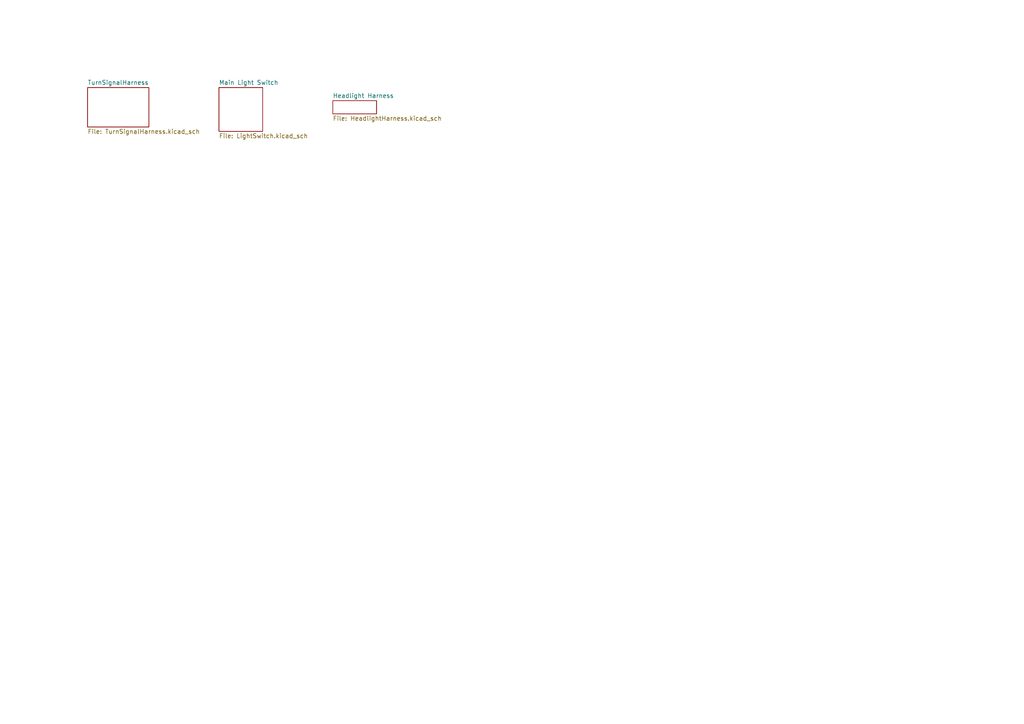
<source format=kicad_sch>
(kicad_sch
	(version 20250114)
	(generator "eeschema")
	(generator_version "9.0")
	(uuid "ee750fe7-635a-4346-9e68-cda6a2631607")
	(paper "A4")
	(lib_symbols)
	(sheet
		(at 96.52 29.21)
		(size 12.7 3.81)
		(exclude_from_sim no)
		(in_bom yes)
		(on_board yes)
		(dnp no)
		(fields_autoplaced yes)
		(stroke
			(width 0.1524)
			(type solid)
		)
		(fill
			(color 0 0 0 0.0000)
		)
		(uuid "7dee58c2-2971-4201-a9a0-2074f205c389")
		(property "Sheetname" "Headlight Harness"
			(at 96.52 28.4984 0)
			(effects
				(font
					(size 1.27 1.27)
				)
				(justify left bottom)
			)
		)
		(property "Sheetfile" "HeadlightHarness.kicad_sch"
			(at 96.52 33.6046 0)
			(effects
				(font
					(size 1.27 1.27)
				)
				(justify left top)
			)
		)
		(instances
			(project "ChimeraSchematics"
				(path "/ee750fe7-635a-4346-9e68-cda6a2631607"
					(page "4")
				)
			)
		)
	)
	(sheet
		(at 25.4 25.4)
		(size 17.78 11.43)
		(exclude_from_sim no)
		(in_bom yes)
		(on_board yes)
		(dnp no)
		(fields_autoplaced yes)
		(stroke
			(width 0.1524)
			(type solid)
		)
		(fill
			(color 0 0 0 0.0000)
		)
		(uuid "d4b34e81-39c5-41f5-9063-548e76dd1ef5")
		(property "Sheetname" "TurnSignalHarness"
			(at 25.4 24.6884 0)
			(effects
				(font
					(size 1.27 1.27)
				)
				(justify left bottom)
			)
		)
		(property "Sheetfile" "TurnSignalHarness.kicad_sch"
			(at 25.4 37.4146 0)
			(effects
				(font
					(size 1.27 1.27)
				)
				(justify left top)
			)
		)
		(instances
			(project "ChimeraSchematics"
				(path "/ee750fe7-635a-4346-9e68-cda6a2631607"
					(page "2")
				)
			)
		)
	)
	(sheet
		(at 63.5 25.4)
		(size 12.7 12.7)
		(exclude_from_sim no)
		(in_bom yes)
		(on_board yes)
		(dnp no)
		(fields_autoplaced yes)
		(stroke
			(width 0.1524)
			(type solid)
		)
		(fill
			(color 0 0 0 0.0000)
		)
		(uuid "e692eb70-3baf-44a2-8daf-130b0c9055c9")
		(property "Sheetname" "Main Light Switch"
			(at 63.5 24.6884 0)
			(effects
				(font
					(size 1.27 1.27)
				)
				(justify left bottom)
			)
		)
		(property "Sheetfile" "LightSwitch.kicad_sch"
			(at 63.5 38.6846 0)
			(effects
				(font
					(size 1.27 1.27)
				)
				(justify left top)
			)
		)
		(instances
			(project "ChimeraSchematics"
				(path "/ee750fe7-635a-4346-9e68-cda6a2631607"
					(page "3")
				)
			)
		)
	)
	(sheet_instances
		(path "/"
			(page "1")
		)
	)
	(embedded_fonts no)
)

</source>
